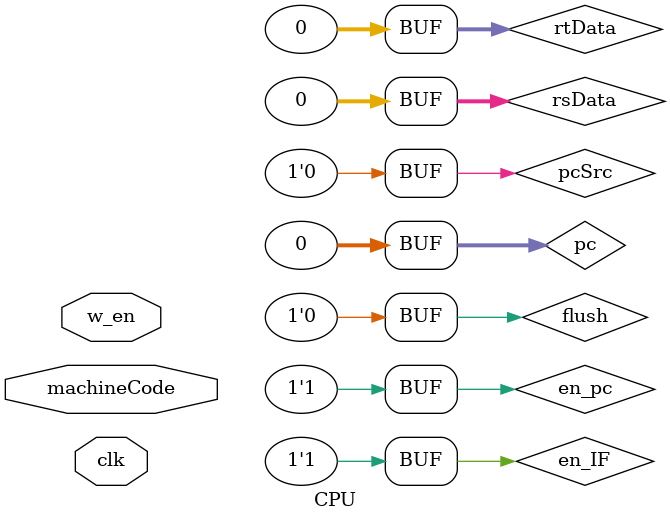
<source format=sv>
module CPU(input logic clk, w_en,
           input logic[31:0] machineCode);
    
    logic en_pc = 1'b1, en_IF = 1'b1, flush = 1'b0, pcSrc = 1'b0, aluSrc, regDst;
    logic[31:0] pc = 32'b0, instr, branchPC, rsData = 32'b0, rtData = 32'b0, imm, aluResult, rdData, w_ramData, r_ramData;
    logic[4:0] rd;
    logic[1:0] aluOp;
    
    InstructionFetch instrFetch(.clk, .pcSrc, .en_pc, .en_IF, .flush, .w_en, .branchPC, .machineCode,
                                .pc, .instr);
    IFtoID if_id(.clk, .tmpPC(pc), .tmpInstr(instr));
                                
    InstructionDecode instrDec(.if_id, .clk, .w_reg(mem_wb.w_reg), .prevRt(id_ex.rt), .rdData,
                               .id_ex, .pcSrc, .flush, .en_pc, .en_IF, .imm, .rsData, .rtData, .branchPC);
    IDtoEX id_ex(.clk, .instr(if_id.instr), .tmpRsData(rsData), .tmpRtData(rtData), .tmpImm(imm));
     
    Execute exe(.id_ex, .fwdMEM(ex_mem.fwd), .fwdWB(mem_wb.fwd),
                .w_ramData, .aluResult);                   
    EXtoMEM ex_mem(.ex(id_ex.ex), .clk, .tmpResult(aluResult));
  
    Memory mem(.clk, .memWrite(ex_mem.memWrite), .addr(ex_mem.aluResult), .w_data(w_ramData), .r_data(r_ramData));
    MEMtoWB mem_wb(.clk, .mem(ex_mem.mem)); 
    
    Writeback wb(.memToReg(mem_wb.memToReg), .r_ramData, .aluResult(mem_wb.aluResult),
                 .rdData);
endmodule: CPU
</source>
